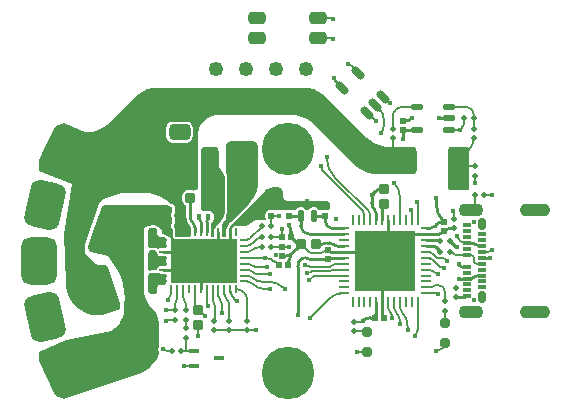
<source format=gtl>
G04*
G04 #@! TF.GenerationSoftware,Altium Limited,Altium Designer,21.5.1 (32)*
G04*
G04 Layer_Physical_Order=1*
G04 Layer_Color=255*
%FSLAX25Y25*%
%MOIN*%
G70*
G04*
G04 #@! TF.SameCoordinates,91061D10-DFF7-4326-B378-EF9DD97FDABD*
G04*
G04*
G04 #@! TF.FilePolarity,Positive*
G04*
G01*
G75*
%ADD13C,0.00800*%
%ADD14C,0.01000*%
G04:AMPARAMS|DCode=17|XSize=35.43mil|YSize=33.47mil|CornerRadius=8.37mil|HoleSize=0mil|Usage=FLASHONLY|Rotation=180.000|XOffset=0mil|YOffset=0mil|HoleType=Round|Shape=RoundedRectangle|*
%AMROUNDEDRECTD17*
21,1,0.03543,0.01673,0,0,180.0*
21,1,0.01870,0.03347,0,0,180.0*
1,1,0.01673,-0.00935,0.00837*
1,1,0.01673,0.00935,0.00837*
1,1,0.01673,0.00935,-0.00837*
1,1,0.01673,-0.00935,-0.00837*
%
%ADD17ROUNDEDRECTD17*%
G04:AMPARAMS|DCode=18|XSize=21.26mil|YSize=22.84mil|CornerRadius=5.32mil|HoleSize=0mil|Usage=FLASHONLY|Rotation=0.000|XOffset=0mil|YOffset=0mil|HoleType=Round|Shape=RoundedRectangle|*
%AMROUNDEDRECTD18*
21,1,0.02126,0.01221,0,0,0.0*
21,1,0.01063,0.02284,0,0,0.0*
1,1,0.01063,0.00532,-0.00610*
1,1,0.01063,-0.00532,-0.00610*
1,1,0.01063,-0.00532,0.00610*
1,1,0.01063,0.00532,0.00610*
%
%ADD18ROUNDEDRECTD18*%
G04:AMPARAMS|DCode=19|XSize=21.26mil|YSize=22.84mil|CornerRadius=5.32mil|HoleSize=0mil|Usage=FLASHONLY|Rotation=270.000|XOffset=0mil|YOffset=0mil|HoleType=Round|Shape=RoundedRectangle|*
%AMROUNDEDRECTD19*
21,1,0.02126,0.01221,0,0,270.0*
21,1,0.01063,0.02284,0,0,270.0*
1,1,0.01063,-0.00610,-0.00532*
1,1,0.01063,-0.00610,0.00532*
1,1,0.01063,0.00610,0.00532*
1,1,0.01063,0.00610,-0.00532*
%
%ADD19ROUNDEDRECTD19*%
G04:AMPARAMS|DCode=20|XSize=35.43mil|YSize=33.47mil|CornerRadius=8.37mil|HoleSize=0mil|Usage=FLASHONLY|Rotation=90.000|XOffset=0mil|YOffset=0mil|HoleType=Round|Shape=RoundedRectangle|*
%AMROUNDEDRECTD20*
21,1,0.03543,0.01673,0,0,90.0*
21,1,0.01870,0.03347,0,0,90.0*
1,1,0.01673,0.00837,0.00935*
1,1,0.01673,0.00837,-0.00935*
1,1,0.01673,-0.00837,-0.00935*
1,1,0.01673,-0.00837,0.00935*
%
%ADD20ROUNDEDRECTD20*%
G04:AMPARAMS|DCode=21|XSize=31.5mil|YSize=31.5mil|CornerRadius=7.87mil|HoleSize=0mil|Usage=FLASHONLY|Rotation=90.000|XOffset=0mil|YOffset=0mil|HoleType=Round|Shape=RoundedRectangle|*
%AMROUNDEDRECTD21*
21,1,0.03150,0.01575,0,0,90.0*
21,1,0.01575,0.03150,0,0,90.0*
1,1,0.01575,0.00787,0.00787*
1,1,0.01575,0.00787,-0.00787*
1,1,0.01575,-0.00787,-0.00787*
1,1,0.01575,-0.00787,0.00787*
%
%ADD21ROUNDEDRECTD21*%
G04:AMPARAMS|DCode=22|XSize=17.72mil|YSize=17.72mil|CornerRadius=4.43mil|HoleSize=0mil|Usage=FLASHONLY|Rotation=0.000|XOffset=0mil|YOffset=0mil|HoleType=Round|Shape=RoundedRectangle|*
%AMROUNDEDRECTD22*
21,1,0.01772,0.00886,0,0,0.0*
21,1,0.00886,0.01772,0,0,0.0*
1,1,0.00886,0.00443,-0.00443*
1,1,0.00886,-0.00443,-0.00443*
1,1,0.00886,-0.00443,0.00443*
1,1,0.00886,0.00443,0.00443*
%
%ADD22ROUNDEDRECTD22*%
G04:AMPARAMS|DCode=23|XSize=39.37mil|YSize=57.09mil|CornerRadius=9.84mil|HoleSize=0mil|Usage=FLASHONLY|Rotation=90.000|XOffset=0mil|YOffset=0mil|HoleType=Round|Shape=RoundedRectangle|*
%AMROUNDEDRECTD23*
21,1,0.03937,0.03740,0,0,90.0*
21,1,0.01968,0.05709,0,0,90.0*
1,1,0.01968,0.01870,0.00984*
1,1,0.01968,0.01870,-0.00984*
1,1,0.01968,-0.01870,-0.00984*
1,1,0.01968,-0.01870,0.00984*
%
%ADD23ROUNDEDRECTD23*%
G04:AMPARAMS|DCode=26|XSize=19.68mil|YSize=39.37mil|CornerRadius=4.92mil|HoleSize=0mil|Usage=FLASHONLY|Rotation=0.000|XOffset=0mil|YOffset=0mil|HoleType=Round|Shape=RoundedRectangle|*
%AMROUNDEDRECTD26*
21,1,0.01968,0.02953,0,0,0.0*
21,1,0.00984,0.03937,0,0,0.0*
1,1,0.00984,0.00492,-0.01476*
1,1,0.00984,-0.00492,-0.01476*
1,1,0.00984,-0.00492,0.01476*
1,1,0.00984,0.00492,0.01476*
%
%ADD26ROUNDEDRECTD26*%
G04:AMPARAMS|DCode=29|XSize=17.72mil|YSize=17.72mil|CornerRadius=4.43mil|HoleSize=0mil|Usage=FLASHONLY|Rotation=90.000|XOffset=0mil|YOffset=0mil|HoleType=Round|Shape=RoundedRectangle|*
%AMROUNDEDRECTD29*
21,1,0.01772,0.00886,0,0,90.0*
21,1,0.00886,0.01772,0,0,90.0*
1,1,0.00886,0.00443,0.00443*
1,1,0.00886,0.00443,-0.00443*
1,1,0.00886,-0.00443,-0.00443*
1,1,0.00886,-0.00443,0.00443*
%
%ADD29ROUNDEDRECTD29*%
G04:AMPARAMS|DCode=32|XSize=15.75mil|YSize=19.68mil|CornerRadius=3.94mil|HoleSize=0mil|Usage=FLASHONLY|Rotation=180.000|XOffset=0mil|YOffset=0mil|HoleType=Round|Shape=RoundedRectangle|*
%AMROUNDEDRECTD32*
21,1,0.01575,0.01181,0,0,180.0*
21,1,0.00787,0.01968,0,0,180.0*
1,1,0.00787,-0.00394,0.00591*
1,1,0.00787,0.00394,0.00591*
1,1,0.00787,0.00394,-0.00591*
1,1,0.00787,-0.00394,-0.00591*
%
%ADD32ROUNDEDRECTD32*%
G04:AMPARAMS|DCode=33|XSize=53.33mil|YSize=71.11mil|CornerRadius=13.33mil|HoleSize=0mil|Usage=FLASHONLY|Rotation=270.000|XOffset=0mil|YOffset=0mil|HoleType=Round|Shape=RoundedRectangle|*
%AMROUNDEDRECTD33*
21,1,0.05333,0.04444,0,0,270.0*
21,1,0.02667,0.07111,0,0,270.0*
1,1,0.02667,-0.02222,-0.01333*
1,1,0.02667,-0.02222,0.01333*
1,1,0.02667,0.02222,0.01333*
1,1,0.02667,0.02222,-0.01333*
%
%ADD33ROUNDEDRECTD33*%
G04:AMPARAMS|DCode=34|XSize=41.34mil|YSize=62.99mil|CornerRadius=10.34mil|HoleSize=0mil|Usage=FLASHONLY|Rotation=0.000|XOffset=0mil|YOffset=0mil|HoleType=Round|Shape=RoundedRectangle|*
%AMROUNDEDRECTD34*
21,1,0.04134,0.04232,0,0,0.0*
21,1,0.02067,0.06299,0,0,0.0*
1,1,0.02067,0.01034,-0.02116*
1,1,0.02067,-0.01034,-0.02116*
1,1,0.02067,-0.01034,0.02116*
1,1,0.02067,0.01034,0.02116*
%
%ADD34ROUNDEDRECTD34*%
G04:AMPARAMS|DCode=35|XSize=15.75mil|YSize=33.47mil|CornerRadius=3.94mil|HoleSize=0mil|Usage=FLASHONLY|Rotation=90.000|XOffset=0mil|YOffset=0mil|HoleType=Round|Shape=RoundedRectangle|*
%AMROUNDEDRECTD35*
21,1,0.01575,0.02559,0,0,90.0*
21,1,0.00787,0.03347,0,0,90.0*
1,1,0.00787,0.01280,0.00394*
1,1,0.00787,0.01280,-0.00394*
1,1,0.00787,-0.01280,-0.00394*
1,1,0.00787,-0.01280,0.00394*
%
%ADD35ROUNDEDRECTD35*%
G04:AMPARAMS|DCode=36|XSize=107.09mil|YSize=50.79mil|CornerRadius=12.7mil|HoleSize=0mil|Usage=FLASHONLY|Rotation=270.000|XOffset=0mil|YOffset=0mil|HoleType=Round|Shape=RoundedRectangle|*
%AMROUNDEDRECTD36*
21,1,0.10709,0.02539,0,0,270.0*
21,1,0.08169,0.05079,0,0,270.0*
1,1,0.02539,-0.01270,-0.04085*
1,1,0.02539,-0.01270,0.04085*
1,1,0.02539,0.01270,0.04085*
1,1,0.02539,0.01270,-0.04085*
%
%ADD36ROUNDEDRECTD36*%
G04:AMPARAMS|DCode=37|XSize=76.77mil|YSize=43.31mil|CornerRadius=10.83mil|HoleSize=0mil|Usage=FLASHONLY|Rotation=90.000|XOffset=0mil|YOffset=0mil|HoleType=Round|Shape=RoundedRectangle|*
%AMROUNDEDRECTD37*
21,1,0.07677,0.02165,0,0,90.0*
21,1,0.05512,0.04331,0,0,90.0*
1,1,0.02165,0.01083,0.02756*
1,1,0.02165,0.01083,-0.02756*
1,1,0.02165,-0.01083,-0.02756*
1,1,0.02165,-0.01083,0.02756*
%
%ADD37ROUNDEDRECTD37*%
G04:AMPARAMS|DCode=38|XSize=21.65mil|YSize=37.4mil|CornerRadius=5.41mil|HoleSize=0mil|Usage=FLASHONLY|Rotation=270.000|XOffset=0mil|YOffset=0mil|HoleType=Round|Shape=RoundedRectangle|*
%AMROUNDEDRECTD38*
21,1,0.02165,0.02657,0,0,270.0*
21,1,0.01083,0.03740,0,0,270.0*
1,1,0.01083,-0.01329,-0.00541*
1,1,0.01083,-0.01329,0.00541*
1,1,0.01083,0.01329,0.00541*
1,1,0.01083,0.01329,-0.00541*
%
%ADD38ROUNDEDRECTD38*%
G04:AMPARAMS|DCode=39|XSize=25.59mil|YSize=47.24mil|CornerRadius=6.4mil|HoleSize=0mil|Usage=FLASHONLY|Rotation=225.000|XOffset=0mil|YOffset=0mil|HoleType=Round|Shape=RoundedRectangle|*
%AMROUNDEDRECTD39*
21,1,0.02559,0.03445,0,0,225.0*
21,1,0.01280,0.04724,0,0,225.0*
1,1,0.01280,-0.01670,0.00766*
1,1,0.01280,-0.00766,0.01670*
1,1,0.01280,0.01670,-0.00766*
1,1,0.01280,0.00766,-0.01670*
%
%ADD39ROUNDEDRECTD39*%
G04:AMPARAMS|DCode=40|XSize=157.48mil|YSize=118.11mil|CornerRadius=29.53mil|HoleSize=0mil|Usage=FLASHONLY|Rotation=244.000|XOffset=0mil|YOffset=0mil|HoleType=Round|Shape=RoundedRectangle|*
%AMROUNDEDRECTD40*
21,1,0.15748,0.05906,0,0,244.0*
21,1,0.09843,0.11811,0,0,244.0*
1,1,0.05906,-0.04811,-0.03129*
1,1,0.05906,-0.00497,0.05718*
1,1,0.05906,0.04811,0.03129*
1,1,0.05906,0.00497,-0.05718*
%
%ADD40ROUNDEDRECTD40*%
G04:AMPARAMS|DCode=41|XSize=157.48mil|YSize=118.11mil|CornerRadius=29.53mil|HoleSize=0mil|Usage=FLASHONLY|Rotation=257.000|XOffset=0mil|YOffset=0mil|HoleType=Round|Shape=RoundedRectangle|*
%AMROUNDEDRECTD41*
21,1,0.15748,0.05906,0,0,257.0*
21,1,0.09843,0.11811,0,0,257.0*
1,1,0.05906,-0.03984,-0.04131*
1,1,0.05906,-0.01770,0.05459*
1,1,0.05906,0.03984,0.04131*
1,1,0.05906,0.01770,-0.05459*
%
%ADD41ROUNDEDRECTD41*%
G04:AMPARAMS|DCode=42|XSize=157.48mil|YSize=118.11mil|CornerRadius=29.53mil|HoleSize=0mil|Usage=FLASHONLY|Rotation=270.000|XOffset=0mil|YOffset=0mil|HoleType=Round|Shape=RoundedRectangle|*
%AMROUNDEDRECTD42*
21,1,0.15748,0.05906,0,0,270.0*
21,1,0.09843,0.11811,0,0,270.0*
1,1,0.05906,-0.02953,-0.04921*
1,1,0.05906,-0.02953,0.04921*
1,1,0.05906,0.02953,0.04921*
1,1,0.05906,0.02953,-0.04921*
%
%ADD42ROUNDEDRECTD42*%
G04:AMPARAMS|DCode=43|XSize=157.48mil|YSize=118.11mil|CornerRadius=29.53mil|HoleSize=0mil|Usage=FLASHONLY|Rotation=283.000|XOffset=0mil|YOffset=0mil|HoleType=Round|Shape=RoundedRectangle|*
%AMROUNDEDRECTD43*
21,1,0.15748,0.05906,0,0,283.0*
21,1,0.09843,0.11811,0,0,283.0*
1,1,0.05906,-0.01770,-0.05459*
1,1,0.05906,-0.03984,0.04131*
1,1,0.05906,0.01770,0.05459*
1,1,0.05906,0.03984,-0.04131*
%
%ADD43ROUNDEDRECTD43*%
G04:AMPARAMS|DCode=44|XSize=157.48mil|YSize=118.11mil|CornerRadius=29.53mil|HoleSize=0mil|Usage=FLASHONLY|Rotation=296.000|XOffset=0mil|YOffset=0mil|HoleType=Round|Shape=RoundedRectangle|*
%AMROUNDEDRECTD44*
21,1,0.15748,0.05906,0,0,296.0*
21,1,0.09843,0.11811,0,0,296.0*
1,1,0.05906,-0.00497,-0.05718*
1,1,0.05906,-0.04811,0.03129*
1,1,0.05906,0.00497,0.05718*
1,1,0.05906,0.04811,-0.03129*
%
%ADD44ROUNDEDRECTD44*%
G04:AMPARAMS|DCode=45|XSize=62.99mil|YSize=139.76mil|CornerRadius=15.75mil|HoleSize=0mil|Usage=FLASHONLY|Rotation=341.000|XOffset=0mil|YOffset=0mil|HoleType=Round|Shape=RoundedRectangle|*
%AMROUNDEDRECTD45*
21,1,0.06299,0.10827,0,0,341.0*
21,1,0.03150,0.13976,0,0,341.0*
1,1,0.03150,-0.00273,-0.05631*
1,1,0.03150,-0.03251,-0.04606*
1,1,0.03150,0.00273,0.05631*
1,1,0.03150,0.03251,0.04606*
%
%ADD45ROUNDEDRECTD45*%
G04:AMPARAMS|DCode=46|XSize=62.99mil|YSize=139.76mil|CornerRadius=15.75mil|HoleSize=0mil|Usage=FLASHONLY|Rotation=19.000|XOffset=0mil|YOffset=0mil|HoleType=Round|Shape=RoundedRectangle|*
%AMROUNDEDRECTD46*
21,1,0.06299,0.10827,0,0,19.0*
21,1,0.03150,0.13976,0,0,19.0*
1,1,0.03150,0.03251,-0.04606*
1,1,0.03150,0.00273,-0.05631*
1,1,0.03150,-0.03251,0.04606*
1,1,0.03150,-0.00273,0.05631*
%
%ADD46ROUNDEDRECTD46*%
G04:AMPARAMS|DCode=58|XSize=11.81mil|YSize=27.56mil|CornerRadius=2.95mil|HoleSize=0mil|Usage=FLASHONLY|Rotation=90.000|XOffset=0mil|YOffset=0mil|HoleType=Round|Shape=RoundedRectangle|*
%AMROUNDEDRECTD58*
21,1,0.01181,0.02165,0,0,90.0*
21,1,0.00591,0.02756,0,0,90.0*
1,1,0.00591,0.01083,0.00295*
1,1,0.00591,0.01083,-0.00295*
1,1,0.00591,-0.01083,-0.00295*
1,1,0.00591,-0.01083,0.00295*
%
%ADD58ROUNDEDRECTD58*%
G04:AMPARAMS|DCode=59|XSize=39.37mil|YSize=27.56mil|CornerRadius=6.89mil|HoleSize=0mil|Usage=FLASHONLY|Rotation=90.000|XOffset=0mil|YOffset=0mil|HoleType=Round|Shape=RoundedRectangle|*
%AMROUNDEDRECTD59*
21,1,0.03937,0.01378,0,0,90.0*
21,1,0.02559,0.02756,0,0,90.0*
1,1,0.01378,0.00689,0.01280*
1,1,0.01378,0.00689,-0.01280*
1,1,0.01378,-0.00689,-0.01280*
1,1,0.01378,-0.00689,0.01280*
%
%ADD59ROUNDEDRECTD59*%
G04:AMPARAMS|DCode=76|XSize=43.31mil|YSize=82.68mil|CornerRadius=21.65mil|HoleSize=0mil|Usage=FLASHONLY|Rotation=90.000|XOffset=0mil|YOffset=0mil|HoleType=Round|Shape=RoundedRectangle|*
%AMROUNDEDRECTD76*
21,1,0.04331,0.03937,0,0,90.0*
21,1,0.00000,0.08268,0,0,90.0*
1,1,0.04331,0.01968,0.00000*
1,1,0.04331,0.01968,0.00000*
1,1,0.04331,-0.01968,0.00000*
1,1,0.04331,-0.01968,0.00000*
%
%ADD76ROUNDEDRECTD76*%
G04:AMPARAMS|DCode=77|XSize=43.31mil|YSize=102.36mil|CornerRadius=21.65mil|HoleSize=0mil|Usage=FLASHONLY|Rotation=90.000|XOffset=0mil|YOffset=0mil|HoleType=Round|Shape=RoundedRectangle|*
%AMROUNDEDRECTD77*
21,1,0.04331,0.05906,0,0,90.0*
21,1,0.00000,0.10236,0,0,90.0*
1,1,0.04331,0.02953,0.00000*
1,1,0.04331,0.02953,0.00000*
1,1,0.04331,-0.02953,0.00000*
1,1,0.04331,-0.02953,0.00000*
%
%ADD77ROUNDEDRECTD77*%
%ADD81O,0.03700X0.00942*%
%ADD82O,0.00942X0.03700*%
%ADD83R,0.20000X0.20000*%
%ADD84O,0.00984X0.02953*%
%ADD85O,0.02953X0.00984*%
%ADD86R,0.22441X0.14567*%
%ADD87C,0.04921*%
%ADD88C,0.17500*%
%ADD89C,0.01772*%
%ADD90C,0.02400*%
%ADD91C,0.00787*%
%ADD92C,0.01200*%
G36*
X5858Y57500D02*
X6843Y57500D01*
X8775Y57116D01*
X10595Y56362D01*
X12233Y55268D01*
X12929Y54571D01*
X12929Y54571D01*
X26571Y40929D01*
X27298Y40270D01*
X28928Y39181D01*
X30739Y38431D01*
X32662Y38048D01*
X33642Y38000D01*
X34500Y38000D01*
X34531Y38004D01*
X34593Y38011D01*
X34656Y38016D01*
X34718Y38018D01*
X34750Y38018D01*
X34781Y38018D01*
X34844Y38016D01*
X34907Y38011D01*
X34969Y38004D01*
X35000Y38000D01*
X35000Y38000D01*
X41500Y38000D01*
X41798Y38000D01*
X42350Y37772D01*
X42772Y37350D01*
X42934Y36958D01*
X43000Y36500D01*
Y36500D01*
X43000D01*
X43000Y36500D01*
X43000Y30500D01*
X43000Y30202D01*
X42772Y29650D01*
X42350Y29228D01*
X41971Y29071D01*
X41500Y29000D01*
X35000Y29000D01*
X35000Y29000D01*
X34500Y29000D01*
X34500Y29000D01*
X28657D01*
X26725Y29384D01*
X24905Y30138D01*
X23268Y31233D01*
X22571Y31929D01*
X22571Y31929D01*
Y31929D01*
X8929Y45571D01*
X8202Y46230D01*
X6572Y47319D01*
X4761Y48069D01*
X2838Y48452D01*
X1858Y48500D01*
X1858Y48500D01*
X1858Y48500D01*
X-23358Y48500D01*
X-24003Y48468D01*
X-25270Y48216D01*
X-26462Y47722D01*
X-27536Y47005D01*
X-28449Y46092D01*
X-29166Y45019D01*
X-29660Y43826D01*
X-29912Y42560D01*
X-29943Y41914D01*
X-29943Y41914D01*
X-29943Y41914D01*
X-29943Y33674D01*
X-29943Y33509D01*
X-29950Y33180D01*
X-29965Y32851D01*
X-29966Y32823D01*
X-30000Y32359D01*
X-30000Y32358D01*
X-30000Y32358D01*
X-30000Y32358D01*
Y24301D01*
X-30152Y23934D01*
X-30434Y23652D01*
X-30801Y23500D01*
X-31000D01*
X-31195Y23481D01*
X-31371Y23408D01*
X-31565Y23446D01*
X-33435D01*
X-34074Y23319D01*
X-34615Y22957D01*
X-34977Y22416D01*
X-35104Y21778D01*
Y20104D01*
X-34977Y19466D01*
X-34615Y18924D01*
X-34074Y18563D01*
X-33825Y18513D01*
Y14914D01*
X-33841D01*
X-33679Y13683D01*
X-33204Y12537D01*
X-32448Y11552D01*
Y11552D01*
X-32278Y11122D01*
Y9449D01*
X-32270Y9408D01*
Y8465D01*
X-32583Y8083D01*
X-37306D01*
X-37481Y8347D01*
X-37501Y8395D01*
Y9449D01*
X-37509Y9489D01*
Y10433D01*
X-37610Y10937D01*
X-37895Y11365D01*
X-38000Y11435D01*
Y11985D01*
X-37965Y12009D01*
X-37671Y12449D01*
X-37568Y12968D01*
Y14031D01*
X-37671Y14551D01*
X-37965Y14991D01*
X-38000Y15014D01*
Y15486D01*
X-37965Y15508D01*
X-37671Y15949D01*
X-37568Y16468D01*
Y17531D01*
X-37671Y18051D01*
X-37965Y18492D01*
X-38406Y18786D01*
X-38925Y18889D01*
X-39038Y18908D01*
X-39701Y19571D01*
X-40428Y20230D01*
X-42058Y21319D01*
X-43869Y22069D01*
X-45792Y22452D01*
X-46772Y22500D01*
X-46772Y22500D01*
X-46772Y22500D01*
X-55500D01*
X-61500Y20500D01*
X-63000Y19000D01*
X-67500Y5500D01*
Y2500D01*
X-64914Y-86D01*
X-64563Y-404D01*
X-63776Y-930D01*
X-62902Y-1292D01*
X-61973Y-1477D01*
X-61500Y-1500D01*
X-61207Y-1500D01*
X-61039Y-1500D01*
X-60709Y-1566D01*
X-60399Y-1694D01*
X-60384Y-1704D01*
X-60000Y-2000D01*
X-59851Y-2446D01*
X-56000Y-14000D01*
Y-16000D01*
X-61500Y-18000D01*
X-65344D01*
X-66663Y-17738D01*
X-67906Y-17223D01*
X-69024Y-16476D01*
X-69500Y-16000D01*
X-69500Y-16000D01*
X-71172Y-14328D01*
X-71844Y-13656D01*
X-72901Y-12074D01*
X-73629Y-10317D01*
X-74000Y-8451D01*
X-74000Y-7500D01*
X-74500Y9000D01*
X-72000Y25500D01*
X-83000Y30000D01*
Y33500D01*
X-80957Y37772D01*
X-77975Y44006D01*
X-77378Y45041D01*
X-74500Y46000D01*
X-67500Y43000D01*
X-66621D01*
X-65646Y43048D01*
X-63733Y43428D01*
X-61931Y44175D01*
X-60309Y45259D01*
X-59586Y45914D01*
X-53778Y51722D01*
X-50929Y54571D01*
X-50232Y55268D01*
X-48595Y56362D01*
X-46775Y57116D01*
X-44843Y57500D01*
X-43858Y57500D01*
X-43858Y57500D01*
X-30858Y57500D01*
X5858Y57500D01*
D02*
G37*
G36*
X-10867Y39696D02*
X-10305Y39133D01*
X-10000Y38398D01*
Y26142D01*
X-10000Y26142D01*
X-10000Y25157D01*
X-10384Y23225D01*
X-11138Y21405D01*
X-12233Y19768D01*
X-12929Y19071D01*
X-18939Y13061D01*
X-19178Y12797D01*
X-19572Y12207D01*
X-19844Y11551D01*
X-19852Y11513D01*
X-20073Y11365D01*
X-20359Y10937D01*
X-20459Y10433D01*
Y9489D01*
X-20467Y9449D01*
Y8083D01*
X-21753D01*
Y9449D01*
X-21761Y9489D01*
Y10433D01*
X-21862Y10937D01*
X-22000Y11144D01*
X-22000Y11422D01*
X-21869Y12082D01*
X-21611Y12703D01*
X-21547Y12799D01*
X-21501Y12845D01*
X-21456Y12912D01*
X-21400Y12969D01*
X-21135Y13365D01*
X-21000Y13500D01*
X-20888Y13624D01*
X-20702Y13902D01*
X-20573Y14211D01*
X-20508Y14540D01*
X-20505Y14603D01*
X-20432Y14779D01*
X-20416Y14858D01*
X-20385Y14932D01*
X-20200Y15865D01*
Y15946D01*
X-20184Y16025D01*
X-20184Y16500D01*
X-20184Y27586D01*
X-20184Y27586D01*
Y27586D01*
X-20189Y27608D01*
X-20186Y27630D01*
X-20210Y28091D01*
X-20225Y28148D01*
Y28206D01*
X-20331Y28741D01*
X-20362Y28815D01*
X-20378Y28894D01*
X-20500Y29189D01*
X-20500Y38000D01*
X-20500Y38000D01*
X-20464Y38485D01*
X-20196Y39133D01*
X-19633Y39696D01*
X-18898Y40000D01*
X-18500Y40000D01*
X-11602Y40000D01*
X-10867Y39696D01*
D02*
G37*
G36*
X-23650Y37772D02*
X-23228Y37350D01*
X-23066Y36958D01*
X-23000Y36500D01*
Y36500D01*
X-23000D01*
X-23000Y36500D01*
X-23000Y32414D01*
X-22984Y32080D01*
X-22853Y31423D01*
X-22597Y30805D01*
X-22225Y30248D01*
X-22000Y30000D01*
X-21762Y29762D01*
X-21388Y29203D01*
X-21131Y28582D01*
X-21025Y28047D01*
X-21000Y27586D01*
Y27586D01*
X-21000D01*
X-21000Y27586D01*
X-21000Y16500D01*
X-21000Y16024D01*
X-21185Y15092D01*
X-21550Y14213D01*
X-22078Y13422D01*
X-22414Y13086D01*
X-22414Y13086D01*
X-22414Y13086D01*
X-22414Y13086D01*
X-23500Y12000D01*
X-23613Y11876D01*
X-23799Y11598D01*
X-23851Y11471D01*
X-24010Y11365D01*
X-24296Y10937D01*
X-24396Y10433D01*
Y9489D01*
X-24404Y9449D01*
Y8083D01*
X-25385D01*
X-25698Y8465D01*
Y9409D01*
X-25690Y9449D01*
Y12274D01*
X-25619Y12381D01*
X-25500Y12500D01*
X-25275Y12748D01*
X-24903Y13305D01*
X-24647Y13923D01*
X-24517Y14580D01*
X-24500Y14914D01*
X-24500Y14914D01*
X-24500Y14914D01*
X-24500Y15000D01*
X-24529Y15291D01*
X-24529Y15293D01*
X-24567Y15384D01*
X-24753Y15833D01*
X-25167Y16247D01*
X-25547Y16405D01*
X-25707Y16471D01*
X-25999Y16500D01*
X-26000Y16500D01*
X-26000Y16500D01*
X-26000Y16500D01*
X-27500D01*
X-27798Y16500D01*
X-28350Y16728D01*
X-28772Y17150D01*
X-29000Y17702D01*
X-29000Y18000D01*
X-29000Y18000D01*
Y36500D01*
X-29000Y36798D01*
X-28772Y37350D01*
X-28350Y37772D01*
X-27798Y38000D01*
X-27500Y38000D01*
X-27500Y38000D01*
X-24500Y38000D01*
X-24202Y38000D01*
X-23650Y37772D01*
D02*
G37*
G36*
X60066Y37848D02*
X60348Y37566D01*
X60500Y37199D01*
Y37000D01*
Y24500D01*
Y24301D01*
X60348Y23934D01*
X60066Y23652D01*
X59699Y23500D01*
X54301D01*
X53934Y23652D01*
X53652Y23934D01*
X53500Y24301D01*
Y24500D01*
Y37000D01*
Y37199D01*
X53652Y37566D01*
X53934Y37848D01*
X54301Y38000D01*
X59699D01*
X60066Y37848D01*
D02*
G37*
G36*
X-40065Y18500D02*
X-39634Y18351D01*
X-39615Y18331D01*
X-39538Y18280D01*
X-39472Y18217D01*
X-39407Y18193D01*
X-39350Y18155D01*
X-39260Y18137D01*
X-39174Y18104D01*
X-39073Y18087D01*
X-38724Y18017D01*
X-38618Y17946D01*
X-38510Y17839D01*
X-38439Y17733D01*
X-38416Y17615D01*
X-38432Y17531D01*
Y16468D01*
X-38416Y16385D01*
X-38439Y16267D01*
X-38576Y16063D01*
X-38576Y16062D01*
X-38621Y15995D01*
X-38678Y15939D01*
X-38708Y15865D01*
X-38753Y15798D01*
X-38769Y15719D01*
X-38800Y15645D01*
X-38800Y15564D01*
X-38815Y15486D01*
Y15014D01*
X-38800Y14936D01*
X-38800Y14855D01*
X-38769Y14781D01*
X-38753Y14702D01*
X-38708Y14635D01*
X-38678Y14561D01*
X-38621Y14504D01*
X-38576Y14438D01*
X-38576Y14437D01*
X-38439Y14233D01*
X-38416Y14115D01*
X-38432Y14031D01*
Y12968D01*
X-38416Y12885D01*
X-38439Y12767D01*
X-38576Y12563D01*
X-38577Y12562D01*
X-38621Y12495D01*
X-38678Y12438D01*
X-38709Y12364D01*
X-38754Y12297D01*
X-38769Y12219D01*
X-38800Y12144D01*
X-38800Y12064D01*
X-38816Y11985D01*
Y11435D01*
X-38800Y11356D01*
Y11276D01*
X-38769Y11201D01*
X-38754Y11123D01*
X-38709Y11056D01*
X-38678Y10982D01*
X-38621Y10925D01*
X-38577Y10858D01*
X-38510Y10813D01*
X-38503Y10807D01*
X-38378Y10619D01*
X-38325Y10353D01*
Y9489D01*
X-38317Y9449D01*
Y8395D01*
X-38291Y8265D01*
X-38412Y8145D01*
X-38761Y8000D01*
X-38950Y8000D01*
X-39737D01*
X-39897Y8107D01*
X-40075Y8142D01*
X-40075Y8143D01*
X-40357Y8425D01*
X-40621Y8601D01*
X-40621Y8601D01*
X-40989Y8754D01*
X-41301Y8816D01*
X-41724D01*
X-42000Y9250D01*
X-42000Y9500D01*
X-42000D01*
X-42038Y9890D01*
X-42337Y10611D01*
X-42889Y11163D01*
X-43241Y11309D01*
X-43357Y11425D01*
X-43621Y11601D01*
X-43621Y11601D01*
X-43989Y11754D01*
X-44301Y11816D01*
X-44602D01*
X-44602Y11816D01*
X-44606D01*
X-44607Y11816D01*
X-44607Y11816D01*
X-45393D01*
X-45393Y11816D01*
X-45394Y11816D01*
X-45398D01*
X-45398Y11816D01*
X-45699D01*
X-46011Y11754D01*
X-46379Y11601D01*
X-46530Y11500D01*
X-46817Y11472D01*
X-47347Y11252D01*
X-47752Y10847D01*
X-47972Y10317D01*
X-48000Y10030D01*
Y-9465D01*
X-47959Y-10301D01*
X-47633Y-11942D01*
X-46992Y-13488D01*
X-46062Y-14879D01*
X-45500Y-15500D01*
X-44905Y-16094D01*
X-43971Y-17492D01*
X-43328Y-19046D01*
X-43000Y-20695D01*
X-43000Y-21536D01*
X-43000Y-28716D01*
X-43186Y-29165D01*
Y-29835D01*
X-43000Y-30284D01*
Y-30518D01*
X-43000Y-30518D01*
X-43000Y-30989D01*
X-43184Y-31914D01*
X-43545Y-32785D01*
X-44068Y-33568D01*
X-44402Y-33902D01*
X-45571Y-35071D01*
X-45571Y-35071D01*
X-45919Y-35418D01*
X-46678Y-36042D01*
X-47495Y-36588D01*
X-48362Y-37051D01*
X-48815Y-37239D01*
X-74500Y-46000D01*
X-77378Y-45041D01*
X-77975Y-44006D01*
X-83000Y-33500D01*
Y-30500D01*
X-74000Y-26500D01*
X-59000Y-23500D01*
X-59000Y-23500D01*
X-59000Y-23500D01*
X-58504Y-23210D01*
X-57577Y-22535D01*
X-56748Y-21740D01*
X-56033Y-20842D01*
X-55445Y-19856D01*
X-54995Y-18800D01*
X-54690Y-17694D01*
X-54537Y-16556D01*
X-54518Y-15982D01*
X-54389Y-14807D01*
X-54326Y-12443D01*
X-54524Y-10086D01*
X-54979Y-7766D01*
X-55687Y-5509D01*
X-56638Y-3344D01*
X-57822Y-1297D01*
X-59223Y608D01*
X-60000Y1500D01*
X-65430Y2981D01*
X-65793Y3293D01*
Y3293D01*
X-66098Y3666D01*
X-66225Y3856D01*
X-66407Y4296D01*
X-66500Y4762D01*
X-66500Y5000D01*
X-66000Y6500D01*
X-64226Y11601D01*
X-62000Y18000D01*
X-61880Y18119D01*
X-61599Y18307D01*
X-61287Y18437D01*
X-60956Y18503D01*
X-60787Y18503D01*
X-40499Y18503D01*
X-40065Y18500D01*
D02*
G37*
G36*
X-2367Y24195D02*
X-1805Y23633D01*
X-1500Y22898D01*
X-1500Y21500D01*
X-1471Y21207D01*
X-1247Y20667D01*
X-833Y20253D01*
X-293Y20029D01*
X0Y20000D01*
Y20000D01*
X13199D01*
X13566Y19848D01*
X13848Y19567D01*
X14000Y19199D01*
Y17401D01*
X13924Y17217D01*
X13783Y17076D01*
X13599Y17000D01*
X10362D01*
X10089Y17408D01*
X9662Y17694D01*
X9157Y17794D01*
X8173D01*
X7669Y17694D01*
X7242Y17408D01*
X6969Y17000D01*
X6031D01*
X5758Y17408D01*
X5331Y17694D01*
X4827Y17794D01*
X3842D01*
X3338Y17694D01*
X2911Y17408D01*
X2638Y17000D01*
X-6000D01*
X-6195Y16981D01*
X-6556Y16831D01*
X-6615Y16772D01*
X-7035Y16491D01*
X-7329Y16051D01*
X-7432Y15531D01*
Y14469D01*
X-7329Y13949D01*
X-7667Y13555D01*
X-7801Y13500D01*
X-10086Y13500D01*
X-10420Y13484D01*
X-11077Y13353D01*
X-11695Y13097D01*
X-12252Y12725D01*
X-12500Y12500D01*
X-12738Y12262D01*
X-13297Y11889D01*
X-13918Y11631D01*
X-14578Y11500D01*
X-16444D01*
X-16669Y11650D01*
X-17173Y11750D01*
X-17677Y11650D01*
X-18105Y11365D01*
X-18390Y10937D01*
X-18491Y10433D01*
Y8465D01*
X-18462Y8323D01*
X-18495Y8290D01*
X-18915Y8116D01*
X-19142D01*
X-19312Y8116D01*
X-19628Y8247D01*
X-19652Y8270D01*
Y9449D01*
X-19644Y9489D01*
Y10353D01*
X-19590Y10619D01*
X-19485Y10777D01*
X-19399Y10835D01*
X-19399Y10835D01*
X-19399Y10835D01*
X-19286Y10947D01*
X-19173Y11060D01*
X-19173Y11060D01*
X-19173Y11060D01*
X-19113Y11205D01*
X-19091Y11239D01*
X-18849Y11821D01*
X-18533Y12294D01*
X-18348Y12498D01*
X-12352Y18494D01*
X-12352Y18494D01*
X-11656Y19191D01*
X-11611Y19258D01*
X-11554Y19314D01*
X-11290Y19710D01*
X-7578Y23422D01*
X-6787Y23950D01*
X-5908Y24314D01*
X-4976Y24500D01*
X-4500D01*
X-4500Y24500D01*
X-3102D01*
X-2367Y24195D01*
D02*
G37*
G36*
X-43934Y10848D02*
X-43652Y10566D01*
X-43500Y10199D01*
Y9000D01*
X-43481Y8805D01*
X-43332Y8444D01*
X-43056Y8169D01*
X-42695Y8019D01*
X-42500Y8000D01*
X-41301D01*
X-40934Y7848D01*
X-40652Y7566D01*
X-40500Y7199D01*
Y4801D01*
X-40652Y4434D01*
X-40808Y4278D01*
X-41386D01*
X-41427Y4270D01*
X-42370D01*
X-42874Y4170D01*
X-43128Y4000D01*
X-43470D01*
X-43621Y4101D01*
X-43621Y4101D01*
X-43989Y4254D01*
X-44301Y4316D01*
X-45699D01*
X-46011Y4254D01*
X-46407Y4576D01*
X-46500Y4801D01*
Y10199D01*
X-46348Y10566D01*
X-46066Y10848D01*
X-45699Y11000D01*
X-45398D01*
X-45398Y11000D01*
X-44602D01*
X-44602Y11000D01*
X-44301D01*
X-43934Y10848D01*
D02*
G37*
G36*
Y3348D02*
X-43663Y3077D01*
X-43687Y2953D01*
X-43587Y2449D01*
X-43302Y2021D01*
X-42874Y1736D01*
X-42370Y1635D01*
X-41426D01*
X-41386Y1627D01*
X-40512D01*
X-40500Y1599D01*
Y-1599D01*
X-40512Y-1627D01*
X-41386D01*
X-41426Y-1635D01*
X-42370D01*
X-42874Y-1736D01*
X-43302Y-2021D01*
X-43587Y-2449D01*
X-43687Y-2953D01*
X-44147Y-3184D01*
X-45699D01*
X-46011Y-3246D01*
X-46407Y-2924D01*
X-46500Y-2699D01*
X-46500Y-2500D01*
Y2699D01*
X-46348Y3067D01*
X-46066Y3348D01*
X-45699Y3500D01*
X-44301D01*
X-43934Y3348D01*
D02*
G37*
G36*
X-42874Y-4170D02*
X-42370Y-4270D01*
X-41426D01*
X-41386Y-4278D01*
X-40808D01*
X-40652Y-4434D01*
X-40500Y-4801D01*
Y-5000D01*
Y-7000D01*
Y-7199D01*
X-40652Y-7566D01*
X-40934Y-7848D01*
X-41301Y-8000D01*
X-42500D01*
X-42695Y-8019D01*
X-43056Y-8168D01*
X-43332Y-8444D01*
X-43481Y-8805D01*
X-43500Y-9000D01*
Y-10000D01*
Y-10000D01*
Y-10199D01*
X-43652Y-10566D01*
X-43934Y-10848D01*
X-44301Y-11000D01*
X-44500D01*
X-45500Y-11000D01*
X-45699D01*
X-46066Y-10848D01*
X-46348Y-10566D01*
X-46500Y-10199D01*
Y-10000D01*
Y-5000D01*
Y-4801D01*
X-46348Y-4434D01*
X-46066Y-4152D01*
X-45699Y-4000D01*
X-43128D01*
X-42874Y-4170D01*
D02*
G37*
%LPC*%
G36*
X-33778Y46425D02*
X-38222D01*
X-39055Y46259D01*
X-39760Y45788D01*
X-40232Y45082D01*
X-40397Y44250D01*
Y41583D01*
X-40232Y40751D01*
X-39760Y40045D01*
X-39055Y39574D01*
X-38222Y39408D01*
X-33778D01*
X-32945Y39574D01*
X-32240Y40045D01*
X-31768Y40751D01*
X-31603Y41583D01*
Y44250D01*
X-31768Y45082D01*
X-32240Y45788D01*
X-32945Y46259D01*
X-33778Y46425D01*
D02*
G37*
%LPD*%
D13*
X37500Y-20621D02*
G03*
X37181Y-18841I-5121J0D01*
G01*
X34883Y-19040D02*
G03*
X34952Y-18523I-715J359D01*
G01*
X34952Y-18523D02*
G03*
X34293Y-17293I-2367J-477D01*
G01*
X42500Y-25000D02*
G03*
X43327Y-23004I-1996J1996D01*
G01*
X37421Y-15603D02*
G03*
X38000Y-17000I1976J0D01*
G01*
X40000Y-21828D02*
G03*
X38000Y-17000I-6828J0D01*
G01*
X35453Y-15679D02*
G03*
X36000Y-17000I1868J0D01*
G01*
X37142Y-18693D02*
G03*
X37181Y-18841I790J126D01*
G01*
X36051Y-17052D02*
G03*
X36167Y-17150I570J561D01*
G01*
X37142Y-18693D02*
G03*
X36167Y-17150I-2259J-347D01*
G01*
X36051Y-17052D02*
G03*
X36000Y-17000I-3673J-3569D01*
G01*
X33484Y-15755D02*
G03*
X33999Y-16999I1761J0D01*
G01*
X52307Y693D02*
G03*
X51742Y927I-565J-566D01*
G01*
X49439Y1297D02*
G03*
X49673Y1134I566J566D01*
G01*
X49085Y1667D02*
G03*
X49145Y1596I638J483D01*
G01*
X49807Y1073D02*
G03*
X50482Y927I675J1484D01*
G01*
X49407Y1328D02*
G03*
X49406Y1329I-566J-565D01*
G01*
X49396Y1339D02*
G03*
X49388Y1347I-566J-566D01*
G01*
X48872Y1948D02*
G03*
X48882Y1935I648J470D01*
G01*
X49306Y1428D02*
G03*
X49346Y1388I1176J1129D01*
G01*
X47791Y2675D02*
G03*
X46907Y2953I-884J-1269D01*
G01*
X53000Y0D02*
G03*
X52998Y2I-565J-566D01*
G01*
X48872Y1948D02*
G03*
X48005Y2571I-1350J-963D01*
G01*
X47791Y2675D02*
G03*
X48005Y2571I453J660D01*
G01*
X51981Y-2500D02*
G03*
X52000Y-2500I19J1785D01*
G01*
X50738Y-1977D02*
G03*
X51981Y-2500I1262J1262D01*
G01*
X49009Y-248D02*
G03*
X47936Y622I-1486J-736D01*
G01*
X47844Y652D02*
G03*
X46144Y984I-1700J-4187D01*
G01*
X47844Y652D02*
G03*
X47936Y622I296J743D01*
G01*
X50000Y-4500D02*
G03*
X46264Y-2953I-3736J-3736D01*
G01*
X56500Y8398D02*
G03*
X56734Y7832I800J0D01*
G01*
X57126Y7264D02*
G03*
X58575Y6096I1449J315D01*
G01*
X54990Y2710D02*
G03*
X55459Y2403I1478J1743D01*
G01*
X54873Y2810D02*
G03*
X54366Y3000I-517J-610D01*
G01*
X57126Y7264D02*
G03*
X56909Y7657I-781J-174D01*
G01*
X56180Y2050D02*
G03*
X56532Y1969I352J718D01*
G01*
X66343Y2953D02*
G03*
X66643Y3013I-4J800D01*
G01*
X55500Y15293D02*
G03*
X55000Y16500I-1707J0D01*
G01*
X67395Y3186D02*
G03*
X66643Y3013I130J-2282D01*
G01*
X67836Y3354D02*
G03*
X68000Y3500I-1157J1467D01*
G01*
X67395Y3186D02*
G03*
X67836Y3354I-52J798D01*
G01*
X38240Y51240D02*
G03*
X35000Y48000I0J-3240D01*
G01*
X11000Y31500D02*
G03*
X11707Y29793I2414J0D01*
G01*
X-24225Y-15219D02*
G03*
X-24807Y-13465I-2275J219D01*
G01*
X-24225Y-15219D02*
G03*
X-24228Y-15287I797J-72D01*
G01*
X-25047Y-12472D02*
G03*
X-24996Y-13073I3576J0D01*
G01*
D02*
G03*
X-24807Y-13465I788J140D01*
G01*
X-24242Y-17056D02*
G03*
X-24228Y-16909I-786J151D01*
G01*
Y-18091D02*
G03*
X-24242Y-17944I-800J-4D01*
G01*
X-24242Y-17056D02*
G03*
X-24242Y-17944I2242J-444D01*
G01*
X-7546Y984D02*
G03*
X-7395Y1047I0J213D01*
G01*
X-5568Y485D02*
G03*
X-7395Y1047I-1827J-2694D01*
G01*
X-5435Y372D02*
G03*
X-4372Y-275I1675J1555D01*
G01*
X-3640Y-860D02*
G03*
X-3641Y-859I-570J-562D01*
G01*
X-3635Y-865D02*
G03*
X-3640Y-860I-575J-557D01*
G01*
X-4018Y-482D02*
G03*
X-4372Y-275I-567J-564D01*
G01*
X-5435Y372D02*
G03*
X-5568Y485I-584J-547D01*
G01*
X6903Y-4000D02*
G03*
X6954Y-3998I-8J800D01*
G01*
D02*
G03*
X7461Y-3766I-59J798D01*
G01*
X14100Y-1963D02*
G03*
X15453Y-1280I-69J1818D01*
G01*
X7270Y-1901D02*
G03*
X7575Y-1963I309J738D01*
G01*
X6112Y-1576D02*
G03*
X6522Y-1724I466J650D01*
G01*
X5866Y-1366D02*
G03*
X6112Y-1576I1441J1441D01*
G01*
X7270Y-1901D02*
G03*
X6522Y-1724I-894J-2104D01*
G01*
X8194Y-3365D02*
G03*
X7629Y-3598I0J-800D01*
G01*
X9032Y-5016D02*
G03*
X8719Y-5165I178J-780D01*
G01*
X9857Y-4921D02*
G03*
X9032Y-5016I0J-3627D01*
G01*
X62000Y1000D02*
G03*
X61032Y1969I-969J0D01*
G01*
X62000Y0D02*
G03*
X63000Y-1000I1000J0D01*
G01*
X-13321Y2953D02*
G03*
X-12000Y3500I0J1868D01*
G01*
X-9586Y4500D02*
G03*
X-12000Y3500I0J-3415D01*
G01*
X-14104Y4921D02*
G03*
X-11500Y6000I0J3683D01*
G01*
X-8575Y8000D02*
G03*
X-10154Y7346I0J-2234D01*
G01*
X-13973Y6890D02*
G03*
X-12500Y7500I0J2083D01*
G01*
X14031Y-3365D02*
G03*
X15451Y-3034I0J3219D01*
G01*
X15800Y-2953D02*
G03*
X15451Y-3034I4J-800D01*
G01*
X16071Y-984D02*
G03*
X15453Y-1280I4J-800D01*
G01*
X-12000Y-1500D02*
G03*
X-13245Y-984I-1245J-1245D01*
G01*
X-12000Y-1500D02*
G03*
X-10793Y-2000I1207J1207D01*
G01*
X-12000Y-7500D02*
G03*
X-13473Y-6890I-1473J-1473D01*
G01*
X-12000Y-3500D02*
G03*
X-13321Y-2953I-1321J-1321D01*
G01*
X-12000Y-3500D02*
G03*
X-9586Y-4500I2414J2414D01*
G01*
X-12000Y-5500D02*
G03*
X-13397Y-4921I-1397J-1397D01*
G01*
X-12000Y-5500D02*
G03*
X-8379Y-7000I3621J3621D01*
G01*
X-12000Y-7500D02*
G03*
X-7172Y-9500I4828J4828D01*
G01*
X-1599Y-8901D02*
G03*
X-6189Y-7000I-4590J-4590D01*
G01*
X-37000Y-13000D02*
G03*
X-36858Y-12658I-342J342D01*
G01*
X-37000Y-13000D02*
G03*
X-37500Y-14207I1207J-1207D01*
G01*
X-34890Y-12059D02*
G03*
X-34500Y-13000I1331J0D01*
G01*
X-34000Y-14207D02*
G03*
X-34500Y-13000I-1707J0D01*
G01*
X60310Y36846D02*
G03*
X62000Y40925I-4080J4080D01*
G01*
X41358Y16135D02*
G03*
X41000Y17000I-1223J0D01*
G01*
X26955Y49045D02*
G03*
X26461Y49249I-494J-494D01*
G01*
X31000Y42500D02*
G03*
X32000Y44914I-2414J2414D01*
G01*
Y47500D02*
G03*
X30939Y50061I-3621J0D01*
G01*
X21348Y64942D02*
G03*
X20000Y65500I-1347J-1347D01*
G01*
X-40000Y-13000D02*
G03*
X-38827Y-10167I-2833J2833D01*
G01*
X57500Y43500D02*
G03*
X58925Y46941I-3441J3441D01*
G01*
X57500Y43500D02*
G03*
X56873Y43760I-627J-627D01*
G01*
X62075Y48784D02*
G03*
X59618Y51240I-2457J0D01*
G01*
X62075Y47500D02*
G03*
X62000Y47319I181J-181D01*
G01*
X-31276Y-30000D02*
G03*
X-31134Y-29941I0J201D01*
G01*
X-39473Y-19575D02*
G03*
X-40500Y-20000I0J-1452D01*
G01*
X43327Y18711D02*
G03*
X43000Y19500I-1116J0D01*
G01*
X-21110Y-11027D02*
G03*
X-20500Y-12500I2083J0D01*
G01*
X-19500Y-14914D02*
G03*
X-20500Y-12500I-3414J0D01*
G01*
X-10681Y-23075D02*
G03*
X-10500Y-23000I0J255D01*
G01*
X-23079Y-11603D02*
G03*
X-22500Y-13000I1976J0D01*
G01*
X-22000Y-14207D02*
G03*
X-22500Y-13000I-1707J0D01*
G01*
X-19142Y-9449D02*
G03*
X-17792Y-12709I4610J0D01*
G01*
X-13500Y-13122D02*
G03*
X-17173Y-9449I-3673J0D01*
G01*
X18040Y-10827D02*
G03*
X14000Y-12500I0J-5714D01*
G01*
X50000Y-11000D02*
G03*
X49581Y-10827I-419J-419D01*
G01*
X47635Y-8858D02*
G03*
X48500Y-8500I0J1223D01*
G01*
X49707Y-8000D02*
G03*
X48500Y-8500I0J-1707D01*
G01*
X52500Y-10500D02*
G03*
X50000Y-8000I-2500J0D01*
G01*
X-27016Y-13755D02*
G03*
X-26500Y-15000I1761J0D01*
G01*
X-40319Y-16425D02*
G03*
X-40500Y-16500I0J-255D01*
G01*
X10793Y2500D02*
G03*
X12000Y3000I0J1707D01*
G01*
X7046Y2895D02*
G03*
X8000Y2500I954J954D01*
G01*
X13293Y3535D02*
G03*
X12000Y3000I0J-1828D01*
G01*
X49748Y-30000D02*
G03*
X52500Y-27248I0J2752D01*
G01*
X25610Y15027D02*
G03*
X25000Y16500I-2083J0D01*
G01*
X27579Y15103D02*
G03*
X27000Y16500I-1976J0D01*
G01*
X13000Y34500D02*
G03*
X15828Y27672I9657J0D01*
G01*
X15000Y74000D02*
G03*
X14629Y74154I-371J-371D01*
G01*
X37421Y21362D02*
G03*
X35500Y26000I-6560J0D01*
G01*
X15000Y80500D02*
G03*
X14164Y80846I-836J-836D01*
G01*
X61272Y17008D02*
G03*
X62425Y19793I-2785J2785D01*
G01*
X24154Y-20350D02*
G03*
X25000Y-20000I0J1196D01*
G01*
X26500Y-23752D02*
G03*
X25892Y-23500I-608J-608D01*
G01*
X23608Y-30248D02*
G03*
X23000Y-30500I0J-860D01*
G01*
X-29247Y-16753D02*
G03*
X-29248Y-16752I-753J-753D01*
G01*
D02*
G03*
X-30000Y-16441I-752J-754D01*
G01*
X-30953Y-14141D02*
G03*
X-30000Y-16441I3253J0D01*
G01*
X-41500Y-29500D02*
G03*
X-40293Y-30000I1207J1207D01*
G01*
X40000Y-23000D02*
Y-21828D01*
X37500Y-21000D02*
Y-20621D01*
X34952Y-18523D02*
X34952D01*
X34883Y-19040D02*
X34883D01*
X43327Y-23004D02*
Y-13644D01*
X37421Y-15603D02*
Y-13644D01*
X35453Y-15679D02*
Y-13644D01*
X33999Y-16999D02*
X34293Y-17293D01*
X50482Y927D02*
X51742D01*
X49407Y1328D02*
X49439Y1297D01*
X48882Y1935D02*
X49085Y1667D01*
X49396Y1339D02*
X49406Y1329D01*
X49346Y1388D02*
X49388Y1347D01*
X49673Y1134D02*
X49807Y1073D01*
X49145Y1596D02*
X49306Y1428D01*
X46144Y2953D02*
X46907D01*
X52307Y693D02*
X52998Y2D01*
X49009Y-248D02*
X50738Y-1977D01*
X49009Y-248D02*
X49009Y-248D01*
X46144Y-2953D02*
X46264D01*
X56500Y8398D02*
Y8428D01*
X56734Y7832D02*
X56909Y7657D01*
X58575Y6096D02*
X58738Y6096D01*
X58575Y6096D02*
X58575D01*
X54873Y2810D02*
X54990Y2710D01*
X58738Y6096D02*
X59658Y5906D01*
X54075Y3000D02*
X54361D01*
X55459Y2403D02*
X56180Y2050D01*
X54361Y3000D02*
X54366Y3000D01*
X56532Y1969D02*
X59658D01*
X55500Y14075D02*
Y15293D01*
X64776Y2953D02*
X66343D01*
X-24500Y-19925D02*
X-24228Y-19482D01*
X-24500Y-19925D02*
X-24500Y-19925D01*
X-24807Y-13465D02*
X-24807Y-13465D01*
X-25047Y-12472D02*
Y-9449D01*
X-24228Y-16909D02*
Y-15287D01*
Y-16909D02*
Y-16909D01*
Y-19482D02*
Y-18091D01*
X-5465Y15000D02*
X-3000D01*
X-2035Y8000D02*
Y10465D01*
X-14614Y984D02*
X-7546D01*
X-3635Y-865D02*
Y-865D01*
Y-969D02*
Y-865D01*
X-4372Y-275D02*
X-4372Y-275D01*
X-4018Y-482D02*
X-3641Y-859D01*
X-3640Y-860D01*
X-3635Y-969D02*
X-3035Y-1500D01*
X-10793Y-2000D02*
X-7000D01*
X-9586Y-4500D02*
X-6000D01*
X4441Y5500D02*
X7046Y2895D01*
X6376Y-4005D02*
X6903Y-4000D01*
X14096Y-1963D02*
X14100Y-1963D01*
X7575Y-1963D02*
X14096D01*
X7575D02*
X7575D01*
X7000Y-6500D02*
X8719Y-5165D01*
X7461Y-3766D02*
X7629Y-3598D01*
X8194Y-3365D02*
X14031D01*
X7629Y-3598D02*
X7629Y-3598D01*
X9032Y-5016D02*
Y-5016D01*
X64776Y-1000D02*
Y-984D01*
X62000Y0D02*
Y1000D01*
X63000Y-1000D02*
X64776D01*
X59658Y1969D02*
X61032D01*
X-14614Y2953D02*
X-13321D01*
X-9586Y4500D02*
X-8575D01*
X-14614Y4921D02*
X-14104D01*
X-11500Y6000D02*
X-10154Y7346D01*
X-12500Y7500D02*
X-8628Y11372D01*
X-14614Y6890D02*
X-13973D01*
X-5425Y4500D02*
X-2035D01*
X-5425Y8000D02*
X-2035D01*
X-5425Y11500D02*
Y14905D01*
X9857Y-4921D02*
X18856D01*
X15800Y-2953D02*
X15800D01*
X15451Y-3034D02*
Y-3034D01*
X15800Y-2953D02*
X18856D01*
X16071Y-984D02*
X16071D01*
X18856D01*
X-14614D02*
X-13245D01*
X-14614Y-2953D02*
X-13321D01*
X-14614Y-6890D02*
X-13473D01*
X-2000Y4535D02*
X465D01*
X-14614Y-4921D02*
X-13397D01*
X-1599Y-8901D02*
X-1000Y-9500D01*
X-8379Y-7000D02*
X-6189D01*
X33484Y-15755D02*
Y-13644D01*
X-7172Y-9500D02*
X-6000D01*
X-34000Y-22425D02*
Y-19575D01*
X-36858Y-12658D02*
Y-9449D01*
X-34890Y-12059D02*
Y-9449D01*
X-34000Y-16425D02*
Y-14207D01*
X58679Y-3746D02*
X59658Y-3937D01*
X58679Y-3976D02*
Y-3746D01*
X35000Y44075D02*
Y48000D01*
X38240Y51240D02*
X43185D01*
X41358Y13644D02*
Y16135D01*
X26955Y49045D02*
X29500Y46500D01*
X29106Y51894D02*
X30939Y50061D01*
X32000Y44914D02*
Y47500D01*
X35000Y38000D02*
Y40925D01*
X35000Y38000D02*
X35000D01*
X21348Y64942D02*
X23539Y62751D01*
X-38827Y-10167D02*
Y-9449D01*
X58925Y46941D02*
Y47500D01*
X53815Y43760D02*
X56873D01*
X53815Y51240D02*
X59618D01*
X62000Y44075D02*
Y47319D01*
X62075Y47500D02*
Y48784D01*
X56965Y31575D02*
Y33500D01*
X60310Y36846D01*
X56965Y31575D02*
X62500D01*
X-34000Y-30000D02*
Y-25575D01*
X-35425Y-30000D02*
X-34000D01*
X-31276D01*
X-39473Y-19575D02*
X-37500D01*
X43327Y13644D02*
Y18711D01*
X-21110Y-11027D02*
Y-9449D01*
X-19500Y-19925D02*
Y-14914D01*
X-24500Y-23075D02*
X-19500D01*
X-13500D01*
X-10681D01*
X-23079Y-11603D02*
Y-9449D01*
X-17792Y-12709D02*
X-17000Y-13500D01*
X-13500Y-19925D02*
Y-13122D01*
X7500Y-19000D02*
X14000Y-12500D01*
X18040Y-10827D02*
X18856D01*
X46144D02*
X49581D01*
X46144Y-8858D02*
X47635D01*
X52500Y-13425D02*
Y-10500D01*
X49707Y-8000D02*
X50000D01*
X52500Y-20752D02*
Y-16575D01*
X-22000Y-17500D02*
Y-14207D01*
X-30953Y-14141D02*
Y-9449D01*
X-27016Y-13755D02*
Y-9449D01*
X-40319Y-16425D02*
X-37500D01*
Y-14207D01*
X8000Y2500D02*
X10793D01*
X13293Y3535D02*
X13500D01*
X49500Y-30000D02*
X49748D01*
X-34500Y-35059D02*
Y-35000D01*
Y-35059D02*
X-31134D01*
X-30000Y-25000D02*
Y-21559D01*
X25610Y13644D02*
Y15027D01*
X11707Y29793D02*
X25000Y16500D01*
X15828Y27672D02*
X27000Y16500D01*
X27579Y13644D02*
Y15103D01*
X10138Y74154D02*
X14629D01*
X37421Y13644D02*
Y21362D01*
X10138Y80846D02*
X14164D01*
X62425Y19793D02*
Y22000D01*
X65575D02*
X68000D01*
X62500Y26000D02*
Y28425D01*
X22000Y-20350D02*
X24154D01*
X22000Y-23500D02*
X25892D01*
X23608Y-30248D02*
X26500D01*
X-29248Y-16752D02*
X-29247Y-16753D01*
X-27500Y-18500D01*
X-40293Y-30000D02*
X-38575D01*
D14*
X67460Y927D02*
G03*
X67138Y984I-335J-942D01*
G01*
X57000Y-1000D02*
G03*
X57999Y-1969I1000J32D01*
G01*
X56439Y4495D02*
G03*
X56249Y4698I-818J-575D01*
G01*
X32228Y54273D02*
G03*
X32110Y54373I-707J-707D01*
G01*
X31926Y54507D02*
G03*
X31751Y54539I-175J-477D01*
G01*
X1035Y9121D02*
G03*
X1017Y9310I-1000J0D01*
G01*
X2895Y6140D02*
G03*
X4441Y5500I1546J1546D01*
G01*
X3609Y4559D02*
G03*
X3615Y4565I-711J703D01*
G01*
X2887Y3837D02*
G03*
X2684Y3540I711J-704D01*
G01*
X1231Y2180D02*
G03*
X58Y-969I5068J-3680D01*
G01*
X-878Y1465D02*
G03*
X1231Y2180I0J3463D01*
G01*
X1449Y2311D02*
G03*
X1231Y2180I401J-916D01*
G01*
X1449Y2311D02*
G03*
X2684Y3540I-949J2189D01*
G01*
X7307Y536D02*
G03*
X7416Y465I598J801D01*
G01*
X3366Y-2067D02*
G03*
X3486Y-1526I-878J478D01*
G01*
X7307Y536D02*
G03*
X3486Y-1526I-1440J-1902D01*
G01*
X32000Y24059D02*
G03*
X28687Y22687I0J-4686D01*
G01*
X29547Y15679D02*
G03*
X29000Y17000I-1868J0D01*
G01*
X28000Y19414D02*
G03*
X29000Y17000I3414J0D01*
G01*
X32000Y18941D02*
G03*
X31516Y17772I1169J-1169D01*
G01*
X4335Y11665D02*
G03*
X7142Y8858I2807J0D01*
G01*
X61021Y-5906D02*
G03*
X62000Y-5500I0J1385D01*
G01*
X63397Y-4921D02*
G03*
X62000Y-5500I0J-1976D01*
G01*
X47375Y10827D02*
G03*
X49000Y11500I0J2298D01*
G01*
X50925Y6500D02*
G03*
X49984Y6890I-941J-941D01*
G01*
X49500Y4500D02*
G03*
X48482Y4921I-1017J-1017D01*
G01*
X50925Y3000D02*
G03*
X50873Y3127I-180J0D01*
G01*
D02*
G03*
X50872Y3128I-128J-127D01*
G01*
X-32500Y14914D02*
G03*
X-31500Y12500I3414J0D01*
G01*
X-30953Y11179D02*
G03*
X-31500Y12500I-1868J0D01*
G01*
X62500Y5500D02*
G03*
X63897Y4921I1397J1397D01*
G01*
X62500Y5500D02*
G03*
X63897Y4921I1397J1397D01*
G01*
X62500Y5500D02*
G03*
X63897Y4921I1397J1397D01*
G01*
X62500Y5500D02*
G03*
X63897Y4921I1397J1397D01*
G01*
X62500Y5500D02*
G03*
X63897Y4921I1397J1397D01*
G01*
X62500Y5500D02*
G03*
X63897Y4921I1397J1397D01*
G01*
X62500Y5500D02*
G03*
X63897Y4921I1397J1397D01*
G01*
X62500Y5500D02*
G03*
X61521Y5905I-979J-979D01*
G01*
X62500Y5500D02*
G03*
X61521Y5905I-979J-979D01*
G01*
X62500Y5500D02*
G03*
X61521Y5905I-979J-979D01*
G01*
X62500Y5500D02*
G03*
X61521Y5905I-979J-979D01*
G01*
X62500Y5500D02*
G03*
X61521Y5905I-979J-979D01*
G01*
X62500Y5500D02*
G03*
X61521Y5905I-979J-979D01*
G01*
X62500Y5500D02*
G03*
X63897Y4921I1397J1397D01*
G01*
X62500Y5500D02*
G03*
X61521Y5905I-979J-979D01*
G01*
X62500Y5500D02*
G03*
X61521Y5905I-979J-979D01*
G01*
X-8628Y11372D02*
G03*
X-8575Y11500I-128J128D01*
G01*
X-5425Y14905D02*
G03*
X-5465Y15000I-135J0D01*
G01*
X-38728Y-2953D02*
G03*
X-38236Y-2461I0J492D01*
G01*
Y2461D02*
G03*
X-38728Y2953I-492J0D01*
G01*
X-38827Y8289D02*
G03*
X-38500Y7500I1116J0D01*
G01*
X-28000Y-6299D02*
G03*
X-28984Y-7283I0J-984D01*
G01*
X-38236Y6863D02*
G03*
X-38500Y7500I-901J0D01*
G01*
X54319Y10925D02*
G03*
X52000Y9965I0J-3280D01*
G01*
X50416Y8858D02*
G03*
X51965Y9500I0J2191D01*
G01*
X59021Y-12075D02*
G03*
X59658Y-11811I0J901D01*
G01*
X57228Y-5906D02*
G03*
X57000Y-6000I0J-322D01*
G01*
X-23079Y7250D02*
G03*
X-22685Y6299I1345J0D01*
G01*
X14020Y984D02*
G03*
X13500Y465I0J-520D01*
G01*
X49500Y19071D02*
G03*
X52000Y13036I8536J0D01*
G01*
X52000D02*
G03*
X49500Y12000I0J-3536D01*
G01*
X31516Y-17745D02*
G03*
X32035Y-19000I1774J0D01*
G01*
X28965D02*
G03*
X29547Y-17593I-1407J1407D01*
G01*
X13500Y3535D02*
G03*
X14083Y2953I583J0D01*
G01*
X39171Y46535D02*
G03*
X41500Y47500I0J3293D01*
G01*
X39213Y43760D02*
G03*
X38500Y43465I0J-1008D01*
G01*
X15500Y61000D02*
G03*
X16058Y59652I1906J0D01*
G01*
X27414Y-19000D02*
G03*
X25000Y-20000I0J-3414D01*
G01*
X-26425Y14500D02*
G03*
X-27016Y13074I1426J-1426D01*
G01*
X-28984Y13074D02*
G03*
X-29575Y14500I-2017J0D01*
G01*
X12500Y13159D02*
G03*
X14832Y10827I2332J0D01*
G01*
X15437Y5300D02*
G03*
X16000Y4962I768J641D01*
G01*
D02*
G03*
X16397Y4921I396J1935D01*
G01*
X15437Y5300D02*
G03*
X14031Y5965I-1406J-1154D01*
G01*
X12969D02*
G03*
X11966Y5663I0J-1819D01*
G01*
X11423Y5500D02*
G03*
X11966Y5663I-5J1000D01*
G01*
X67132Y984D02*
X67138Y984D01*
X57000Y-1000D02*
Y-1000D01*
X56245Y4702D02*
X56249Y4698D01*
X57999Y-1969D02*
X59657D01*
Y5905D02*
X61521D01*
X54461Y6114D02*
X56245Y4702D01*
X56439Y4495D02*
X56469Y4454D01*
X64776Y984D02*
X67132D01*
X67460Y927D02*
X67524Y904D01*
X32228Y54273D02*
X34000Y52500D01*
X31926Y54507D02*
X32110Y54373D01*
X1035Y8000D02*
Y9121D01*
X500Y12000D02*
X1017Y9310D01*
X-2035Y10465D02*
X-2000Y10500D01*
X3615Y4565D02*
X3615D01*
X3604D02*
X3615D01*
X4441Y5500D02*
X4441Y5500D01*
X4441Y5500D02*
X4441Y5500D01*
X3604Y4565D02*
X4441Y5500D01*
X4441Y5500D01*
X3604Y4654D02*
X4441Y5500D01*
X3609Y4559D02*
X3609Y4559D01*
X2887Y3837D02*
X3609Y4559D01*
X2887Y3837D02*
X2887Y3837D01*
X3525Y4584D02*
X3604Y4654D01*
X14083Y2953D02*
X29547D01*
X31516Y-17745D02*
Y-984D01*
X7416Y465D02*
X13500D01*
X3366Y-2067D02*
X3366Y-2067D01*
X3366Y-2067D02*
X3500Y-18000D01*
X28000Y19414D02*
Y22000D01*
X28687Y22687D01*
X29547Y13644D02*
Y15679D01*
X31516Y13644D02*
Y17772D01*
X4335Y11665D02*
Y15000D01*
X7142Y8858D02*
X18856D01*
X33484Y984D02*
Y13644D01*
Y984D02*
X41358Y8858D01*
X31516Y-984D02*
X32500Y0D01*
X33484Y984D01*
X29547Y2953D02*
X32500Y0D01*
X63397Y-4921D02*
X64776D01*
X41358Y8858D02*
X46144D01*
X49000Y11500D02*
X49500Y12000D01*
X46144Y10827D02*
X47375D01*
X46144Y6890D02*
X49984D01*
X46144Y4921D02*
X48482D01*
X49500Y4500D02*
X50872Y3128D01*
X50873Y3127D01*
X57228Y-5906D02*
X61021D01*
X-32500Y14914D02*
Y20941D01*
X-30953Y9449D02*
Y11179D01*
X63897Y4921D02*
X64776D01*
X61521Y5905D02*
X61521D01*
X54075Y6500D02*
X54461Y6114D01*
X-2035Y4500D02*
X-2000Y4535D01*
X-2035Y8000D02*
X-2035Y8000D01*
X-3000Y15000D02*
X-3000Y15000D01*
X465Y4535D02*
X500Y4500D01*
X-41386Y-2953D02*
X-38728D01*
X-41386Y2953D02*
X-38728D01*
X-38827Y8289D02*
Y9449D01*
X-28984Y-9449D02*
Y-7283D01*
X-38236Y2461D02*
Y6863D01*
X46144Y8858D02*
X50416D01*
X51965Y9500D02*
X52000Y9465D01*
X54319Y10925D02*
X55500D01*
X56000Y-12075D02*
X59021D01*
X-28000Y0D02*
X-19142Y6784D01*
Y9449D01*
X-23079Y7250D02*
Y9449D01*
X14020Y984D02*
X18856D01*
X49500Y19071D02*
Y21000D01*
X29547Y-17593D02*
Y-13644D01*
X27414Y-19000D02*
X28965D01*
X1035Y8000D02*
X2895Y6140D01*
X35Y-1500D02*
X58Y-969D01*
X-2000Y1465D02*
X-878D01*
X38500Y46535D02*
X39171D01*
X50500Y47500D02*
X53815D01*
X39213Y43760D02*
X43185D01*
X38500Y40500D02*
Y43465D01*
X16058Y59652D02*
X18249Y57462D01*
X-27016Y9449D02*
Y13074D01*
X-28984Y9449D02*
Y13074D01*
X500Y15000D02*
X4335D01*
X8665Y14965D02*
Y15000D01*
X12500Y13159D02*
Y14965D01*
X8665D02*
X12500D01*
X14832Y10827D02*
X18856D01*
X16397Y4921D02*
X18856D01*
X12969Y5965D02*
X14031D01*
X9559Y5500D02*
X11423D01*
D17*
X32000Y24059D02*
D03*
Y18941D02*
D03*
X-32500Y26059D02*
D03*
Y20941D02*
D03*
X-30000Y-16441D02*
D03*
Y-21559D02*
D03*
D18*
X13500Y465D02*
D03*
Y3535D02*
D03*
X52000Y13035D02*
D03*
Y9965D02*
D03*
X12500Y14965D02*
D03*
Y18035D02*
D03*
X500Y14965D02*
D03*
Y18035D02*
D03*
X-2000Y4535D02*
D03*
Y1465D02*
D03*
X38500Y43465D02*
D03*
Y46535D02*
D03*
D19*
X28965Y-19000D02*
D03*
X32035D02*
D03*
X-2035Y8000D02*
D03*
X1035D02*
D03*
X-5465Y15000D02*
D03*
X-8535D02*
D03*
X-36465Y13500D02*
D03*
X-39535D02*
D03*
X-36465Y17000D02*
D03*
X-39535D02*
D03*
X-3035Y-1500D02*
D03*
X35D02*
D03*
D20*
X9559Y5500D02*
D03*
X4441D02*
D03*
D21*
X52500Y-27248D02*
D03*
Y-20752D02*
D03*
X26500Y-30248D02*
D03*
Y-23752D02*
D03*
D22*
X52500Y-13425D02*
D03*
Y-16575D02*
D03*
X-37500Y-19575D02*
D03*
Y-16425D02*
D03*
X-13500Y-23075D02*
D03*
Y-19925D02*
D03*
X55500Y14075D02*
D03*
Y10925D02*
D03*
X56000Y-8925D02*
D03*
Y-12075D02*
D03*
X-24500Y-23075D02*
D03*
Y-19925D02*
D03*
X-19500Y-23075D02*
D03*
Y-19925D02*
D03*
X-34000Y-16425D02*
D03*
Y-19575D02*
D03*
Y-22425D02*
D03*
Y-25575D02*
D03*
X22000Y-23500D02*
D03*
Y-20350D02*
D03*
X62500Y28425D02*
D03*
Y31575D02*
D03*
X35000Y44075D02*
D03*
Y40925D02*
D03*
X62000Y44075D02*
D03*
Y40925D02*
D03*
D23*
X10138Y80847D02*
D03*
Y74154D02*
D03*
X-10138Y80847D02*
D03*
Y74154D02*
D03*
D26*
X4335Y15000D02*
D03*
X8665D02*
D03*
D29*
X50925Y3000D02*
D03*
X54075D02*
D03*
X50925Y6500D02*
D03*
X54075D02*
D03*
X-8575Y11500D02*
D03*
X-5425D02*
D03*
X-8575Y8000D02*
D03*
X-5425D02*
D03*
X-8575Y4500D02*
D03*
X-5425D02*
D03*
X-35425Y-30000D02*
D03*
X-38575D02*
D03*
X65575Y22000D02*
D03*
X62425D02*
D03*
X62075Y47500D02*
D03*
X58925D02*
D03*
D32*
X-26425Y14500D02*
D03*
X-29575D02*
D03*
D33*
X-36000Y42917D02*
D03*
Y32083D02*
D03*
D34*
X-5693Y21000D02*
D03*
X-17307D02*
D03*
D35*
X-31134Y-29941D02*
D03*
Y-35059D02*
D03*
X-22866Y-32500D02*
D03*
D36*
X-26032Y32000D02*
D03*
X-14968D02*
D03*
D37*
X40035Y33500D02*
D03*
X56965D02*
D03*
D38*
X53815Y43760D02*
D03*
Y47500D02*
D03*
Y51240D02*
D03*
X43185D02*
D03*
Y43760D02*
D03*
D39*
X26461Y49249D02*
D03*
X29106Y51894D02*
D03*
X31751Y54539D02*
D03*
X23539Y62751D02*
D03*
X18249Y57462D02*
D03*
D40*
X-74600Y36385D02*
D03*
D41*
X-80873Y18671D02*
D03*
D42*
X-83000Y0D02*
D03*
D43*
X-80873Y-18671D02*
D03*
D44*
X-74600Y-36385D02*
D03*
D45*
X-54216Y29910D02*
D03*
X-61137Y9809D02*
D03*
D46*
Y-9809D02*
D03*
X-54216Y-29910D02*
D03*
D58*
X59658Y-11811D02*
D03*
Y-9843D02*
D03*
Y-7874D02*
D03*
Y-5906D02*
D03*
Y-3937D02*
D03*
Y-1969D02*
D03*
Y1969D02*
D03*
Y3937D02*
D03*
Y5906D02*
D03*
Y7874D02*
D03*
Y9843D02*
D03*
Y11811D02*
D03*
X64776Y8858D02*
D03*
Y6890D02*
D03*
Y4921D02*
D03*
Y2953D02*
D03*
Y984D02*
D03*
Y-984D02*
D03*
Y-2953D02*
D03*
Y-4921D02*
D03*
Y-6890D02*
D03*
Y-8858D02*
D03*
D59*
Y-12205D02*
D03*
Y12205D02*
D03*
D76*
X61272Y-17008D02*
D03*
Y17008D02*
D03*
D77*
X82374Y-17008D02*
D03*
Y17008D02*
D03*
D81*
X18856Y6890D02*
D03*
Y2953D02*
D03*
Y984D02*
D03*
Y-984D02*
D03*
Y-2953D02*
D03*
Y-4921D02*
D03*
Y-6890D02*
D03*
Y-8858D02*
D03*
Y-10827D02*
D03*
X46144D02*
D03*
Y-8858D02*
D03*
Y-6890D02*
D03*
Y-4921D02*
D03*
Y-2953D02*
D03*
Y-984D02*
D03*
Y984D02*
D03*
Y2953D02*
D03*
Y4921D02*
D03*
Y6890D02*
D03*
Y8858D02*
D03*
Y10827D02*
D03*
X18856Y8858D02*
D03*
Y4921D02*
D03*
Y10827D02*
D03*
D82*
X21673Y-13644D02*
D03*
X23642D02*
D03*
X25610D02*
D03*
X27579D02*
D03*
X29547D02*
D03*
X31516D02*
D03*
X33484D02*
D03*
X35453D02*
D03*
X37421D02*
D03*
X39390D02*
D03*
X41358D02*
D03*
X43327D02*
D03*
Y13644D02*
D03*
X41358D02*
D03*
X39390D02*
D03*
X37421D02*
D03*
X35453D02*
D03*
X33484D02*
D03*
X31516D02*
D03*
X29547D02*
D03*
X27579D02*
D03*
X25610D02*
D03*
X23642D02*
D03*
X21673D02*
D03*
D83*
X32500Y0D02*
D03*
D84*
X-17173Y9449D02*
D03*
X-19142D02*
D03*
X-21110D02*
D03*
X-23079D02*
D03*
X-25047D02*
D03*
X-27016D02*
D03*
X-28984D02*
D03*
X-30953D02*
D03*
X-32921D02*
D03*
X-34890D02*
D03*
X-36858D02*
D03*
X-38827D02*
D03*
Y-9449D02*
D03*
X-36858D02*
D03*
X-34890D02*
D03*
X-32921D02*
D03*
X-30953D02*
D03*
X-28984D02*
D03*
X-27016D02*
D03*
X-25047D02*
D03*
X-23079D02*
D03*
X-21110D02*
D03*
X-19142D02*
D03*
X-17173D02*
D03*
D85*
X-41386Y6890D02*
D03*
Y4921D02*
D03*
Y2953D02*
D03*
Y984D02*
D03*
Y-984D02*
D03*
Y-2953D02*
D03*
Y-4921D02*
D03*
Y-6890D02*
D03*
X-14614D02*
D03*
Y-4921D02*
D03*
Y-2953D02*
D03*
Y-984D02*
D03*
Y984D02*
D03*
Y2953D02*
D03*
Y4921D02*
D03*
Y6890D02*
D03*
D86*
X-28000Y0D02*
D03*
D87*
X-24000Y64000D02*
D03*
X-14000D02*
D03*
X-4000D02*
D03*
X6000D02*
D03*
D88*
X0Y-37402D02*
D03*
Y37402D02*
D03*
D89*
X37500Y-21000D02*
D03*
X34883Y-19040D02*
D03*
X40000Y-23000D02*
D03*
X42500Y-25000D02*
D03*
X52000Y-2500D02*
D03*
X50000Y-4500D02*
D03*
X53000Y0D02*
D03*
X57000Y-1000D02*
D03*
X56469Y4454D02*
D03*
X56500Y8428D02*
D03*
X68000Y3500D02*
D03*
X67524Y904D02*
D03*
X34000Y52500D02*
D03*
X500Y12000D02*
D03*
X-2000Y10500D02*
D03*
X-7395Y1047D02*
D03*
X-7000Y-2000D02*
D03*
X-6000Y-4500D02*
D03*
X5866Y-1366D02*
D03*
X6376Y-4005D02*
D03*
X7000Y-6500D02*
D03*
X28000Y22000D02*
D03*
X62000Y-13000D02*
D03*
Y13000D02*
D03*
X-3000Y15000D02*
D03*
X500Y4500D02*
D03*
X24500Y-3500D02*
D03*
X-6000Y-9500D02*
D03*
X-1000D02*
D03*
X55000Y16500D02*
D03*
X57000Y-6000D02*
D03*
X57500Y43500D02*
D03*
X43000Y19500D02*
D03*
X41000Y17000D02*
D03*
X29500Y46500D02*
D03*
X31000Y42500D02*
D03*
X20000Y65500D02*
D03*
X-40000Y-13000D02*
D03*
X-41500Y-29500D02*
D03*
X3500Y-18000D02*
D03*
X-40500Y-20000D02*
D03*
X16000Y14000D02*
D03*
X49500Y21000D02*
D03*
X25000Y-20000D02*
D03*
X-10500Y-23000D02*
D03*
X-17000Y-13500D02*
D03*
X7500Y-19000D02*
D03*
X50000Y-11000D02*
D03*
X-22000Y-17500D02*
D03*
X-3760Y1928D02*
D03*
X-27500Y-18500D02*
D03*
X-26500Y-15000D02*
D03*
X-40500Y-16500D02*
D03*
X-14500Y14500D02*
D03*
X-7500Y18500D02*
D03*
X6500Y20000D02*
D03*
X41500Y47500D02*
D03*
X50500D02*
D03*
X38500Y40500D02*
D03*
X15500Y61000D02*
D03*
X24543Y7957D02*
D03*
X40500Y8000D02*
D03*
X32500Y0D02*
D03*
X40500Y-8000D02*
D03*
X24500D02*
D03*
X49500Y-30000D02*
D03*
X-34500Y-35000D02*
D03*
X-30000Y-25000D02*
D03*
X11000Y31500D02*
D03*
X13000Y34500D02*
D03*
X15000Y74000D02*
D03*
X35500Y26000D02*
D03*
X15000Y80500D02*
D03*
X68000Y22000D02*
D03*
X62500Y26000D02*
D03*
X23000Y-30500D02*
D03*
D90*
X-45000Y-6000D02*
D03*
Y2000D02*
D03*
Y-2000D02*
D03*
Y6000D02*
D03*
Y9500D02*
D03*
X55000Y25500D02*
D03*
X59000D02*
D03*
X-12000Y38000D02*
D03*
X-37500Y21500D02*
D03*
X-45000Y-9500D02*
D03*
Y13000D02*
D03*
Y16500D02*
D03*
X-53000Y-20500D02*
D03*
X-47500Y-19000D02*
D03*
X-51000Y-16500D02*
D03*
X-48500Y-23500D02*
D03*
X-47500Y-27500D02*
D03*
X-46500Y-31500D02*
D03*
X-65000Y-28000D02*
D03*
X-63000Y-33000D02*
D03*
X-61000Y-38500D02*
D03*
X-50500Y39500D02*
D03*
X-60500Y40000D02*
D03*
X-64000Y31500D02*
D03*
X-37500Y25000D02*
D03*
Y28500D02*
D03*
X-46000Y30500D02*
D03*
X-46500Y36000D02*
D03*
X-62000Y35500D02*
D03*
X-65500Y27000D02*
D03*
X-47500Y26500D02*
D03*
X-48500Y16000D02*
D03*
X-51500Y17500D02*
D03*
X-36000Y42917D02*
D03*
Y32083D02*
D03*
X-18500Y38000D02*
D03*
D91*
X-17764Y2461D02*
D03*
X-33315D02*
D03*
X-28000D02*
D03*
X-22685D02*
D03*
Y6299D02*
D03*
X-28000D02*
D03*
X-33315D02*
D03*
X-38236Y-2461D02*
D03*
Y2461D02*
D03*
X-33315Y-2461D02*
D03*
X-28000D02*
D03*
X-22685D02*
D03*
X-17764D02*
D03*
X-22685Y-6299D02*
D03*
X-28000D02*
D03*
X-33315D02*
D03*
D92*
X-76326Y32846D02*
D03*
X-72874Y39923D02*
D03*
X-74600Y36385D02*
D03*
X-79864Y34572D02*
D03*
X-76413Y41649D02*
D03*
X-78139Y38111D02*
D03*
X-72787Y31120D02*
D03*
X-69336Y38197D02*
D03*
X-71061Y34659D02*
D03*
X-81758Y14835D02*
D03*
X-79987Y22507D02*
D03*
X-80873Y18671D02*
D03*
X-85594Y15721D02*
D03*
X-83823Y23393D02*
D03*
X-84709Y19557D02*
D03*
X-77922Y13949D02*
D03*
X-76151Y21621D02*
D03*
X-77037Y17785D02*
D03*
X-83000Y-3937D02*
D03*
Y3937D02*
D03*
Y0D02*
D03*
X-86937Y-3937D02*
D03*
Y3937D02*
D03*
Y0D02*
D03*
X-79063Y-3937D02*
D03*
Y3937D02*
D03*
Y0D02*
D03*
X-79987Y-22507D02*
D03*
X-81758Y-14835D02*
D03*
X-80873Y-18671D02*
D03*
X-83823Y-23393D02*
D03*
X-85594Y-15721D02*
D03*
X-84709Y-19557D02*
D03*
X-76151Y-21621D02*
D03*
X-77922Y-13949D02*
D03*
X-77037Y-17785D02*
D03*
X-72874Y-39923D02*
D03*
X-76326Y-32846D02*
D03*
X-74600Y-36385D02*
D03*
X-76413Y-41649D02*
D03*
X-79864Y-34572D02*
D03*
X-78139Y-38111D02*
D03*
X-69336Y-38197D02*
D03*
X-72787Y-31120D02*
D03*
X-71061Y-34659D02*
D03*
M02*

</source>
